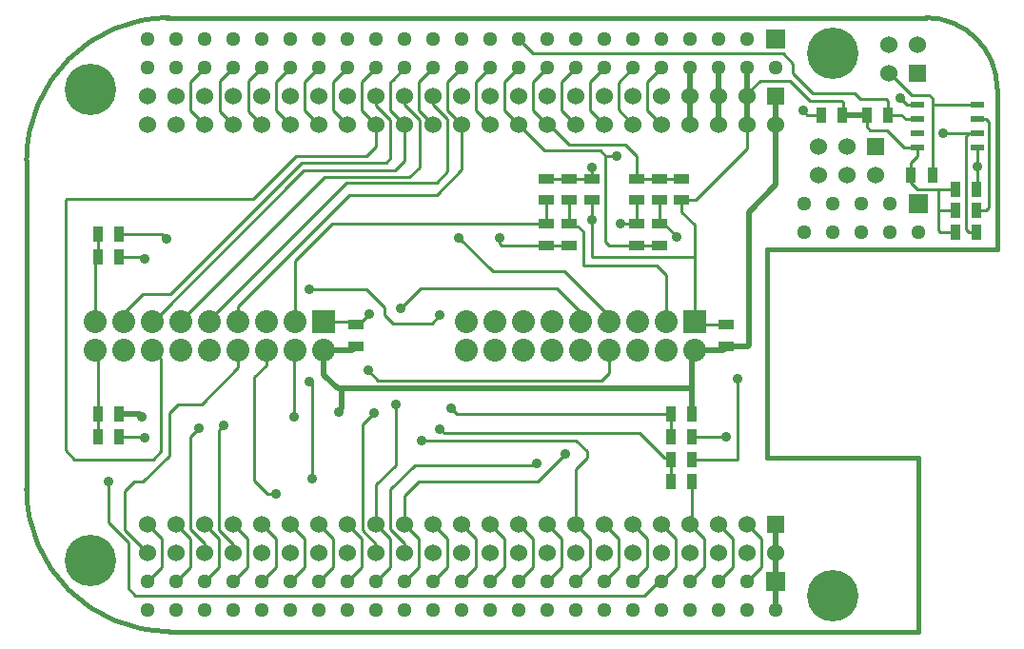
<source format=gtl>
G04 (created by PCBNEW (25-Oct-2014 BZR 4029)-stable) date Sun 29 Mar 2015 05:09:11 PM EEST*
%MOIN*%
G04 Gerber Fmt 3.4, Leading zero omitted, Abs format*
%FSLAX34Y34*%
G01*
G70*
G90*
G04 APERTURE LIST*
%ADD10C,0.00590551*%
%ADD11C,0.015*%
%ADD12R,0.06X0.06*%
%ADD13C,0.06*%
%ADD14R,0.045X0.02*%
%ADD15R,0.035X0.055*%
%ADD16C,0.18*%
%ADD17R,0.065X0.065*%
%ADD18C,0.0512*%
%ADD19R,0.08X0.08*%
%ADD20C,0.08*%
%ADD21R,0.055X0.035*%
%ADD22C,0.035*%
%ADD23C,0.01*%
%ADD24C,0.02*%
G04 APERTURE END LIST*
G54D10*
G54D11*
X29174Y0D02*
X5262Y0D01*
X9200Y-21500D02*
X9250Y-21500D01*
X5066Y-21500D02*
X28651Y-21500D01*
X31250Y-15400D02*
X25950Y-15400D01*
X31250Y-21500D02*
X28500Y-21500D01*
X31250Y-21500D02*
X31250Y-15450D01*
X5250Y0D02*
X4900Y0D01*
X25200Y0D02*
X27250Y0D01*
X27250Y-21500D02*
X25250Y-21500D01*
X5000Y-21500D02*
X5250Y-21500D01*
X27250Y-21500D02*
X28500Y-21500D01*
X27250Y0D02*
X28500Y0D01*
X25950Y-8100D02*
X25950Y-15400D01*
X34000Y-8100D02*
X25950Y-8100D01*
X34000Y-7900D02*
X34000Y-8100D01*
X28400Y0D02*
X31500Y0D01*
X0Y-5000D02*
X0Y-16500D01*
X34000Y-2500D02*
X34000Y-7950D01*
X34000Y-2500D02*
G75*
G03X31500Y0I-2500J0D01*
G74*
G01*
X0Y-16500D02*
G75*
G03X5000Y-21500I5000J0D01*
G74*
G01*
X5000Y0D02*
G75*
G03X0Y-5000I0J-5000D01*
G74*
G01*
G54D12*
X26250Y-2750D03*
G54D13*
X26250Y-3750D03*
X21250Y-2750D03*
X25250Y-3750D03*
X20250Y-2750D03*
X24250Y-3750D03*
X19250Y-2750D03*
X23250Y-3750D03*
X18250Y-2750D03*
X22250Y-3750D03*
X17250Y-2750D03*
X21250Y-3750D03*
X16250Y-2750D03*
X20250Y-3750D03*
X15250Y-2750D03*
X19250Y-3750D03*
X14250Y-2750D03*
X18250Y-3750D03*
X13250Y-2750D03*
X17250Y-3750D03*
X12250Y-2750D03*
X16250Y-3750D03*
X11250Y-2750D03*
X15250Y-3750D03*
X14250Y-3750D03*
X10250Y-2750D03*
X13250Y-3750D03*
X11250Y-3750D03*
X10250Y-3750D03*
X9250Y-3750D03*
X8250Y-3750D03*
X9250Y-2750D03*
X8250Y-2750D03*
X25250Y-2750D03*
X24250Y-2750D03*
X23250Y-2750D03*
X22250Y-2750D03*
X7250Y-2750D03*
X7250Y-3750D03*
X12250Y-3750D03*
X6250Y-2750D03*
X6250Y-3750D03*
X5250Y-2750D03*
X5250Y-3750D03*
X4250Y-2750D03*
X4250Y-3750D03*
G54D12*
X26250Y-17750D03*
G54D13*
X26250Y-18750D03*
X21250Y-17750D03*
X25250Y-18750D03*
X20250Y-17750D03*
X24250Y-18750D03*
X19250Y-17750D03*
X23250Y-18750D03*
X18250Y-17750D03*
X22250Y-18750D03*
X17250Y-17750D03*
X21250Y-18750D03*
X16250Y-17750D03*
X20250Y-18750D03*
X15250Y-17750D03*
X19250Y-18750D03*
X14250Y-17750D03*
X18250Y-18750D03*
X13250Y-17750D03*
X17250Y-18750D03*
X12250Y-17750D03*
X16250Y-18750D03*
X11250Y-17750D03*
X15250Y-18750D03*
X14250Y-18750D03*
X10250Y-17750D03*
X13250Y-18750D03*
X11250Y-18750D03*
X10250Y-18750D03*
X9250Y-18750D03*
X8250Y-18750D03*
X9250Y-17750D03*
X8250Y-17750D03*
X25250Y-17750D03*
X24250Y-17750D03*
X23250Y-17750D03*
X22250Y-17750D03*
X7250Y-17750D03*
X7250Y-18750D03*
X12250Y-18750D03*
X6250Y-17750D03*
X6250Y-18750D03*
X5250Y-17750D03*
X5250Y-18750D03*
X4250Y-17750D03*
X4250Y-18750D03*
G54D12*
X29750Y-4500D03*
G54D13*
X29750Y-5500D03*
X28750Y-4500D03*
X28750Y-5500D03*
X27750Y-4500D03*
X27750Y-5500D03*
G54D14*
X31200Y-4550D03*
X33300Y-4550D03*
X31200Y-4050D03*
X31200Y-3550D03*
X31200Y-3050D03*
X33300Y-4050D03*
X33300Y-3550D03*
X33300Y-3050D03*
G54D15*
X30975Y-5500D03*
X31725Y-5500D03*
X28575Y-3400D03*
X27825Y-3400D03*
X29425Y-3400D03*
X30175Y-3400D03*
X32525Y-6750D03*
X33275Y-6750D03*
X32525Y-7500D03*
X33275Y-7500D03*
X32525Y-6000D03*
X33275Y-6000D03*
G54D12*
X31200Y-1950D03*
G54D13*
X30200Y-1950D03*
X31200Y-950D03*
X30200Y-950D03*
G54D16*
X2250Y-2500D03*
X28250Y-1250D03*
X28250Y-20250D03*
X2250Y-19000D03*
G54D17*
X26250Y-750D03*
G54D18*
X26250Y-1750D03*
X25250Y-750D03*
X25250Y-1750D03*
X24250Y-750D03*
X24250Y-1750D03*
X23250Y-750D03*
X23250Y-1750D03*
X22250Y-750D03*
X22250Y-1750D03*
X21250Y-750D03*
X21250Y-1750D03*
X20250Y-750D03*
X20250Y-1750D03*
X19250Y-750D03*
X19250Y-1750D03*
X18250Y-750D03*
X18250Y-1750D03*
X17250Y-750D03*
X17250Y-1750D03*
X16250Y-750D03*
X16250Y-1750D03*
X15250Y-750D03*
X15250Y-1750D03*
X14250Y-750D03*
X14250Y-1750D03*
X13250Y-750D03*
X13250Y-1750D03*
X12250Y-750D03*
X12250Y-1750D03*
X11250Y-750D03*
X11250Y-1750D03*
X10250Y-750D03*
X10250Y-1750D03*
X9250Y-750D03*
X9250Y-1750D03*
X8250Y-750D03*
X8250Y-1750D03*
X7250Y-750D03*
X7250Y-1750D03*
X6250Y-750D03*
X6250Y-1750D03*
X5250Y-750D03*
X5250Y-1750D03*
X4250Y-750D03*
X4250Y-1750D03*
G54D17*
X26250Y-19750D03*
G54D18*
X26250Y-20750D03*
X25250Y-19750D03*
X25250Y-20750D03*
X24250Y-19750D03*
X24250Y-20750D03*
X23250Y-19750D03*
X23250Y-20750D03*
X22250Y-19750D03*
X22250Y-20750D03*
X21250Y-19750D03*
X21250Y-20750D03*
X20250Y-19750D03*
X20250Y-20750D03*
X19250Y-19750D03*
X19250Y-20750D03*
X18250Y-19750D03*
X18250Y-20750D03*
X17250Y-19750D03*
X17250Y-20750D03*
X16250Y-19750D03*
X16250Y-20750D03*
X15250Y-19750D03*
X15250Y-20750D03*
X14250Y-19750D03*
X14250Y-20750D03*
X13250Y-19750D03*
X13250Y-20750D03*
X12250Y-19750D03*
X12250Y-20750D03*
X11250Y-19750D03*
X11250Y-20750D03*
X10250Y-19750D03*
X10250Y-20750D03*
X9250Y-19750D03*
X9250Y-20750D03*
X8250Y-19750D03*
X8250Y-20750D03*
X7250Y-19750D03*
X7250Y-20750D03*
X6250Y-19750D03*
X6250Y-20750D03*
X5250Y-19750D03*
X5250Y-20750D03*
X4250Y-19750D03*
X4250Y-20750D03*
G54D17*
X31250Y-6500D03*
G54D18*
X31250Y-7500D03*
X30250Y-6500D03*
X30250Y-7500D03*
X29250Y-6500D03*
X29250Y-7500D03*
X28250Y-6500D03*
X28250Y-7500D03*
X27250Y-6500D03*
X27250Y-7500D03*
G54D19*
X10407Y-10639D03*
G54D20*
X10407Y-11639D03*
X9407Y-10639D03*
X9407Y-11639D03*
X8407Y-10639D03*
X8407Y-11639D03*
X7407Y-10639D03*
X7407Y-11639D03*
X6407Y-10639D03*
X6407Y-11639D03*
X5407Y-10639D03*
X5407Y-11639D03*
X4407Y-10639D03*
X4407Y-11639D03*
X3407Y-10639D03*
X3407Y-11639D03*
X2407Y-10639D03*
X2407Y-11639D03*
G54D19*
X23399Y-10639D03*
G54D20*
X23399Y-11639D03*
X22399Y-10639D03*
X22399Y-11639D03*
X21399Y-10639D03*
X21399Y-11639D03*
X20399Y-10639D03*
X20399Y-11639D03*
X19399Y-10639D03*
X19399Y-11639D03*
X18399Y-10639D03*
X18399Y-11639D03*
X17399Y-10639D03*
X17399Y-11639D03*
X16399Y-10639D03*
X16399Y-11639D03*
X15399Y-10639D03*
X15399Y-11639D03*
G54D15*
X2488Y-13895D03*
X3238Y-13895D03*
X2488Y-8383D03*
X3238Y-8383D03*
X22567Y-15470D03*
X23317Y-15470D03*
X22567Y-13895D03*
X23317Y-13895D03*
X3238Y-7596D03*
X2488Y-7596D03*
X2488Y-14683D03*
X3238Y-14683D03*
X23317Y-16257D03*
X22567Y-16257D03*
X22567Y-14683D03*
X23317Y-14683D03*
G54D21*
X22155Y-7221D03*
X22155Y-7971D03*
X22155Y-6396D03*
X22155Y-5646D03*
X19005Y-6396D03*
X19005Y-5646D03*
X19005Y-7221D03*
X19005Y-7971D03*
X21367Y-6396D03*
X21367Y-5646D03*
X21367Y-7221D03*
X21367Y-7971D03*
X18218Y-7221D03*
X18218Y-7971D03*
X18218Y-6396D03*
X18218Y-5646D03*
X11525Y-10764D03*
X11525Y-11514D03*
X24517Y-10764D03*
X24517Y-11514D03*
X19792Y-5646D03*
X19792Y-6396D03*
X22942Y-5646D03*
X22942Y-6396D03*
G54D22*
X8729Y-16690D03*
X4123Y-14722D03*
X2863Y-16257D03*
X9989Y-16139D03*
X9911Y-12753D03*
X4911Y-7753D03*
X19792Y-5234D03*
X9911Y-9525D03*
X14477Y-10431D03*
X13848Y-14801D03*
X11958Y-12360D03*
X6052Y-14368D03*
X6918Y-14289D03*
X18887Y-15273D03*
X12942Y-13541D03*
X13100Y-10194D03*
X17863Y-15627D03*
X15147Y-7714D03*
X24517Y-14683D03*
X16564Y-7714D03*
X20678Y-4840D03*
X30600Y-2800D03*
X27200Y-3250D03*
X12155Y-13856D03*
X33300Y-5200D03*
X32100Y-4050D03*
X10934Y-13816D03*
X4044Y-13974D03*
X14871Y-13698D03*
X22785Y-7675D03*
X9359Y-13974D03*
X20816Y-7202D03*
X14477Y-14407D03*
X4123Y-8462D03*
X11997Y-10391D03*
X19792Y-7084D03*
X24911Y-12635D03*
G54D23*
X3407Y-10639D02*
X3407Y-10360D01*
X12250Y-3085D02*
X12250Y-2750D01*
X12745Y-3580D02*
X12250Y-3085D01*
X12745Y-4919D02*
X12745Y-3580D01*
X12588Y-5076D02*
X12745Y-4919D01*
X9635Y-5076D02*
X12588Y-5076D01*
X5029Y-9683D02*
X9635Y-5076D01*
X4084Y-9683D02*
X5029Y-9683D01*
X3407Y-10360D02*
X4084Y-9683D01*
X12250Y-3750D02*
X12250Y-4509D01*
X4714Y-11946D02*
X4407Y-11639D01*
X4714Y-15194D02*
X4714Y-11946D01*
X4438Y-15470D02*
X4714Y-15194D01*
X1682Y-15470D02*
X4438Y-15470D01*
X1367Y-15155D02*
X1682Y-15470D01*
X1367Y-6375D02*
X1367Y-15155D01*
X1407Y-6336D02*
X1367Y-6375D01*
X7942Y-6336D02*
X1407Y-6336D01*
X9438Y-4840D02*
X7942Y-6336D01*
X11918Y-4840D02*
X9438Y-4840D01*
X12250Y-4509D02*
X11918Y-4840D01*
X12250Y-1750D02*
X11750Y-2250D01*
X11750Y-3250D02*
X12250Y-3750D01*
X11750Y-2250D02*
X11750Y-3250D01*
X4407Y-10639D02*
X4426Y-10639D01*
X13250Y-5005D02*
X13250Y-3750D01*
X12903Y-5352D02*
X13250Y-5005D01*
X9714Y-5352D02*
X12903Y-5352D01*
X4426Y-10639D02*
X9714Y-5352D01*
X13250Y-1750D02*
X12825Y-2175D01*
X12750Y-3250D02*
X13250Y-3750D01*
X12750Y-2250D02*
X12750Y-3250D01*
X12825Y-2175D02*
X12750Y-2250D01*
X6250Y-1750D02*
X5750Y-2250D01*
X5750Y-3250D02*
X6250Y-3750D01*
X5750Y-2250D02*
X5750Y-3250D01*
X5407Y-10639D02*
X5407Y-10604D01*
X13250Y-3061D02*
X13250Y-2750D01*
X13769Y-3580D02*
X13250Y-3061D01*
X13769Y-5234D02*
X13769Y-3580D01*
X13418Y-5585D02*
X13769Y-5234D01*
X10425Y-5585D02*
X13418Y-5585D01*
X5407Y-10604D02*
X10425Y-5585D01*
X6407Y-10639D02*
X6407Y-10588D01*
X14250Y-3037D02*
X14250Y-2750D01*
X14753Y-3541D02*
X14250Y-3037D01*
X14753Y-5391D02*
X14753Y-3541D01*
X14359Y-5785D02*
X14753Y-5391D01*
X11210Y-5785D02*
X14359Y-5785D01*
X6407Y-10588D02*
X11210Y-5785D01*
X8407Y-11639D02*
X8407Y-12171D01*
X8454Y-16690D02*
X8729Y-16690D01*
X7981Y-16218D02*
X8454Y-16690D01*
X7981Y-12596D02*
X7981Y-16218D01*
X8407Y-12171D02*
X7981Y-12596D01*
X15250Y-3750D02*
X15250Y-5328D01*
X7407Y-10100D02*
X7407Y-10639D01*
X11288Y-6218D02*
X7407Y-10100D01*
X14359Y-6218D02*
X11288Y-6218D01*
X15250Y-5328D02*
X14359Y-6218D01*
X15250Y-1750D02*
X14750Y-2250D01*
X14750Y-3250D02*
X15250Y-3750D01*
X14750Y-2250D02*
X14750Y-3250D01*
X22250Y-19750D02*
X22127Y-19750D01*
X4084Y-14683D02*
X3238Y-14683D01*
X4123Y-14722D02*
X4084Y-14683D01*
X2863Y-17675D02*
X2863Y-16257D01*
X3572Y-18383D02*
X2863Y-17675D01*
X3572Y-19998D02*
X3572Y-18383D01*
X3808Y-20234D02*
X3572Y-19998D01*
X21643Y-20234D02*
X3808Y-20234D01*
X22127Y-19750D02*
X21643Y-20234D01*
X22250Y-19750D02*
X22750Y-19250D01*
X22750Y-18250D02*
X22250Y-17750D01*
X22750Y-19250D02*
X22750Y-18250D01*
X3238Y-7596D02*
X4753Y-7596D01*
X9989Y-12832D02*
X9989Y-16139D01*
X9911Y-12753D02*
X9989Y-12832D01*
X4753Y-7596D02*
X4911Y-7753D01*
X19792Y-5646D02*
X19792Y-5234D01*
X19005Y-5646D02*
X19792Y-5646D01*
X18218Y-5646D02*
X19005Y-5646D01*
X18250Y-3750D02*
X18308Y-3750D01*
X21367Y-4840D02*
X21367Y-5646D01*
X20974Y-4446D02*
X21367Y-4840D01*
X19005Y-4446D02*
X20974Y-4446D01*
X18308Y-3750D02*
X19005Y-4446D01*
X21367Y-5646D02*
X22155Y-5646D01*
X22155Y-5646D02*
X22942Y-5646D01*
X22942Y-5646D02*
X21367Y-5646D01*
X18250Y-1750D02*
X17750Y-2250D01*
X17750Y-3250D02*
X18250Y-3750D01*
X17750Y-2250D02*
X17750Y-3250D01*
X19250Y-17750D02*
X19250Y-15816D01*
X11918Y-9525D02*
X9911Y-9525D01*
X12548Y-10155D02*
X11918Y-9525D01*
X12548Y-10431D02*
X12548Y-10155D01*
X12824Y-10706D02*
X12548Y-10431D01*
X14202Y-10706D02*
X12824Y-10706D01*
X14477Y-10431D02*
X14202Y-10706D01*
X19241Y-14801D02*
X13848Y-14801D01*
X19635Y-15194D02*
X19241Y-14801D01*
X19635Y-15431D02*
X19635Y-15194D01*
X19250Y-15816D02*
X19635Y-15431D01*
X19250Y-19750D02*
X19750Y-19250D01*
X19750Y-18250D02*
X19250Y-17750D01*
X19750Y-19250D02*
X19750Y-18250D01*
X20399Y-12462D02*
X20399Y-11639D01*
X20147Y-12714D02*
X20399Y-12462D01*
X12312Y-12714D02*
X20147Y-12714D01*
X11958Y-12360D02*
X12312Y-12714D01*
X7407Y-11639D02*
X7407Y-12265D01*
X3454Y-17954D02*
X4250Y-18750D01*
X3454Y-16572D02*
X3454Y-17954D01*
X3769Y-16257D02*
X3454Y-16572D01*
X4084Y-16257D02*
X3769Y-16257D01*
X4989Y-15352D02*
X4084Y-16257D01*
X4989Y-13856D02*
X4989Y-15352D01*
X5304Y-13541D02*
X4989Y-13856D01*
X6131Y-13541D02*
X5304Y-13541D01*
X7407Y-12265D02*
X6131Y-13541D01*
X5250Y-19750D02*
X5750Y-19250D01*
X5750Y-18250D02*
X5250Y-17750D01*
X5750Y-19250D02*
X5750Y-18250D01*
X6250Y-19750D02*
X6750Y-19250D01*
X6750Y-19250D02*
X6750Y-18250D01*
X6750Y-18250D02*
X6250Y-17750D01*
X6250Y-18423D02*
X6250Y-18750D01*
X5737Y-17911D02*
X6250Y-18423D01*
X5737Y-14683D02*
X5737Y-17911D01*
X6052Y-14368D02*
X5737Y-14683D01*
X7250Y-19750D02*
X7750Y-19250D01*
X7750Y-18250D02*
X7250Y-17750D01*
X7750Y-19250D02*
X7750Y-18250D01*
X7250Y-18439D02*
X7250Y-18750D01*
X6747Y-17936D02*
X7250Y-18439D01*
X6747Y-14460D02*
X6747Y-17936D01*
X6918Y-14289D02*
X6747Y-14460D01*
X13250Y-16737D02*
X13250Y-17750D01*
X13729Y-16257D02*
X13250Y-16737D01*
X17903Y-16257D02*
X13729Y-16257D01*
X18887Y-15273D02*
X17903Y-16257D01*
X13250Y-19750D02*
X13750Y-19250D01*
X13750Y-18250D02*
X13250Y-17750D01*
X13750Y-19250D02*
X13750Y-18250D01*
X12942Y-13541D02*
X12942Y-15667D01*
X19399Y-10639D02*
X19399Y-10312D01*
X13808Y-9486D02*
X13100Y-10194D01*
X18572Y-9486D02*
X13808Y-9486D01*
X19399Y-10312D02*
X18572Y-9486D01*
X12250Y-16359D02*
X12250Y-17750D01*
X12942Y-15667D02*
X12250Y-16359D01*
X12250Y-19750D02*
X12750Y-19250D01*
X12750Y-18250D02*
X12250Y-17750D01*
X12750Y-19250D02*
X12750Y-18250D01*
X13250Y-18415D02*
X13250Y-18750D01*
X12745Y-17911D02*
X13250Y-18415D01*
X12745Y-16533D02*
X12745Y-17911D01*
X13611Y-15667D02*
X12745Y-16533D01*
X17824Y-15667D02*
X13611Y-15667D01*
X17863Y-15627D02*
X17824Y-15667D01*
X20399Y-10639D02*
X20399Y-10446D01*
X16328Y-8895D02*
X15147Y-7714D01*
X18848Y-8895D02*
X16328Y-8895D01*
X20399Y-10446D02*
X18848Y-8895D01*
X14250Y-1750D02*
X13750Y-2250D01*
X13750Y-3250D02*
X14250Y-3750D01*
X13750Y-2250D02*
X13750Y-3250D01*
X23317Y-14683D02*
X24517Y-14683D01*
X23317Y-16257D02*
X23317Y-17682D01*
X23317Y-17682D02*
X23250Y-17750D01*
X23250Y-19750D02*
X23750Y-19250D01*
X23750Y-18250D02*
X23250Y-17750D01*
X23750Y-19250D02*
X23750Y-18250D01*
X18218Y-7971D02*
X16622Y-7971D01*
X16564Y-7913D02*
X16564Y-7714D01*
X16622Y-7971D02*
X16564Y-7913D01*
X18218Y-7971D02*
X19005Y-7971D01*
X30175Y-3400D02*
X30650Y-3400D01*
X30800Y-3550D02*
X31200Y-3550D01*
X30650Y-3400D02*
X30800Y-3550D01*
X30175Y-2925D02*
X30175Y-3400D01*
X30100Y-2850D02*
X30175Y-2925D01*
X29200Y-2850D02*
X30100Y-2850D01*
X29000Y-2650D02*
X29200Y-2850D01*
X27550Y-2650D02*
X29000Y-2650D01*
X26850Y-1950D02*
X27550Y-2650D01*
X17250Y-750D02*
X17750Y-1250D01*
X26850Y-1600D02*
X26850Y-1950D01*
X26500Y-1250D02*
X26850Y-1600D01*
X17750Y-1250D02*
X26500Y-1250D01*
X20281Y-4840D02*
X20678Y-4840D01*
X21367Y-7971D02*
X20402Y-7971D01*
X18146Y-4646D02*
X17250Y-3750D01*
X20088Y-4646D02*
X18146Y-4646D01*
X20281Y-4840D02*
X20088Y-4646D01*
X20281Y-4938D02*
X20281Y-4840D01*
X20285Y-4938D02*
X20281Y-4938D01*
X20285Y-7854D02*
X20285Y-4938D01*
X20402Y-7971D02*
X20285Y-7854D01*
X21367Y-7971D02*
X22155Y-7971D01*
X30600Y-2800D02*
X30850Y-3050D01*
X30850Y-3050D02*
X31200Y-3050D01*
X27350Y-3400D02*
X27825Y-3400D01*
X27200Y-3250D02*
X27350Y-3400D01*
X17250Y-1750D02*
X16750Y-2250D01*
X16750Y-2250D02*
X16750Y-3250D01*
X16750Y-3250D02*
X17250Y-3750D01*
X12250Y-18439D02*
X12250Y-18750D01*
X11761Y-17950D02*
X12250Y-18439D01*
X11761Y-14250D02*
X11761Y-17950D01*
X12155Y-13856D02*
X11761Y-14250D01*
G54D24*
X26250Y-20750D02*
X26250Y-19750D01*
X26250Y-19750D02*
X26250Y-18750D01*
X26250Y-18750D02*
X26250Y-17750D01*
G54D23*
X17250Y-19750D02*
X17750Y-19250D01*
X17750Y-18250D02*
X17250Y-17750D01*
X17750Y-19250D02*
X17750Y-18250D01*
X20250Y-19750D02*
X20750Y-19250D01*
X20750Y-18250D02*
X20250Y-17750D01*
X20750Y-19250D02*
X20750Y-18250D01*
X18250Y-19750D02*
X18750Y-19250D01*
X18750Y-18250D02*
X18250Y-17750D01*
X18750Y-19250D02*
X18750Y-18250D01*
X14250Y-19750D02*
X14750Y-19250D01*
X14750Y-18250D02*
X14250Y-17750D01*
X14750Y-19250D02*
X14750Y-18250D01*
X24250Y-19750D02*
X24750Y-19250D01*
X24750Y-18250D02*
X24250Y-17750D01*
X24750Y-19250D02*
X24750Y-18250D01*
X15250Y-19750D02*
X15750Y-19250D01*
X15750Y-18250D02*
X15250Y-17750D01*
X15750Y-19250D02*
X15750Y-18250D01*
X25250Y-19750D02*
X25750Y-19250D01*
X25750Y-18250D02*
X25250Y-17750D01*
X25750Y-19250D02*
X25750Y-18250D01*
X9250Y-19750D02*
X9750Y-19250D01*
X9750Y-18250D02*
X9250Y-17750D01*
X9750Y-19250D02*
X9750Y-18250D01*
X10250Y-19750D02*
X10750Y-19250D01*
X10750Y-18250D02*
X10250Y-17750D01*
X10750Y-19250D02*
X10750Y-18250D01*
X11250Y-19750D02*
X11750Y-19250D01*
X11750Y-18250D02*
X11250Y-17750D01*
X11750Y-19250D02*
X11750Y-18250D01*
X8250Y-19750D02*
X8750Y-19250D01*
X8750Y-18250D02*
X8250Y-17750D01*
X8750Y-19250D02*
X8750Y-18250D01*
X21250Y-19750D02*
X21750Y-19250D01*
X21750Y-18250D02*
X21250Y-17750D01*
X21750Y-19250D02*
X21750Y-18250D01*
X4250Y-19750D02*
X4750Y-19250D01*
X4750Y-18250D02*
X4250Y-17750D01*
X4750Y-19250D02*
X4750Y-18250D01*
X16250Y-19750D02*
X16750Y-19250D01*
X16750Y-18250D02*
X16250Y-17750D01*
X16750Y-19250D02*
X16750Y-18250D01*
X33300Y-4550D02*
X33300Y-5200D01*
X33300Y-4550D02*
X33300Y-5975D01*
X33300Y-5975D02*
X33275Y-6000D01*
X32100Y-4050D02*
X33300Y-4050D01*
X33275Y-7500D02*
X33000Y-7500D01*
X33000Y-4050D02*
X33300Y-4050D01*
X32900Y-4150D02*
X33000Y-4050D01*
X32900Y-7400D02*
X32900Y-4150D01*
X33000Y-7500D02*
X32900Y-7400D01*
X33275Y-6750D02*
X33600Y-6750D01*
X33600Y-3550D02*
X33300Y-3550D01*
X33700Y-3650D02*
X33600Y-3550D01*
X33700Y-6650D02*
X33700Y-3650D01*
X33600Y-6750D02*
X33700Y-6650D01*
X6775Y-3275D02*
X7250Y-3750D01*
X7250Y-1750D02*
X6775Y-2225D01*
X6775Y-2225D02*
X6775Y-3275D01*
X8250Y-1750D02*
X7775Y-2225D01*
X7775Y-3275D02*
X8250Y-3750D01*
X7775Y-2225D02*
X7775Y-3275D01*
X9250Y-1750D02*
X8750Y-2250D01*
X8750Y-3250D02*
X9250Y-3750D01*
X8750Y-2250D02*
X8750Y-3250D01*
X20250Y-1750D02*
X19750Y-2250D01*
X19750Y-3250D02*
X20250Y-3750D01*
X19750Y-2250D02*
X19750Y-3250D01*
X19250Y-1750D02*
X18750Y-2250D01*
X18750Y-3250D02*
X19250Y-3750D01*
X18750Y-2250D02*
X18750Y-3250D01*
X10250Y-1750D02*
X9750Y-2250D01*
X9750Y-3250D02*
X10250Y-3750D01*
X9750Y-2250D02*
X9750Y-3250D01*
X21250Y-1750D02*
X20725Y-2275D01*
X20725Y-3225D02*
X21250Y-3750D01*
X20725Y-2275D02*
X20725Y-3225D01*
G54D24*
X23250Y-3750D02*
X23250Y-2750D01*
X23250Y-2750D02*
X23250Y-1750D01*
G54D23*
X22250Y-1750D02*
X21750Y-2250D01*
X21750Y-3250D02*
X22250Y-3750D01*
X21750Y-2250D02*
X21750Y-3250D01*
X16250Y-1750D02*
X15750Y-2250D01*
X15750Y-3250D02*
X16250Y-3750D01*
X15750Y-2250D02*
X15750Y-3250D01*
G54D24*
X24250Y-1750D02*
X24250Y-2750D01*
X24250Y-2750D02*
X24250Y-3750D01*
G54D23*
X11250Y-1750D02*
X10750Y-2250D01*
X10750Y-3250D02*
X11250Y-3750D01*
X10750Y-2250D02*
X10750Y-3250D01*
G54D24*
X11052Y-13698D02*
X11052Y-12990D01*
X10934Y-13816D02*
X11052Y-13698D01*
X10407Y-11639D02*
X10407Y-12501D01*
X10895Y-12990D02*
X11052Y-12990D01*
X10407Y-12501D02*
X10895Y-12990D01*
X11052Y-12990D02*
X11210Y-12990D01*
X11210Y-12990D02*
X23317Y-12990D01*
X3238Y-13895D02*
X3966Y-13895D01*
X3966Y-13895D02*
X4044Y-13974D01*
X10407Y-11639D02*
X11400Y-11639D01*
X11400Y-11639D02*
X11525Y-11514D01*
X23317Y-13895D02*
X23317Y-12990D01*
X23317Y-12990D02*
X23317Y-11721D01*
X23317Y-11721D02*
X23399Y-11639D01*
X24517Y-11514D02*
X25286Y-11514D01*
X26250Y-5863D02*
X26250Y-3750D01*
X25304Y-6809D02*
X26250Y-5863D01*
X25304Y-11496D02*
X25304Y-6809D01*
X25286Y-11514D02*
X25304Y-11496D01*
X23399Y-11639D02*
X24392Y-11639D01*
X24392Y-11639D02*
X24517Y-11514D01*
X26250Y-2750D02*
X26250Y-3750D01*
G54D23*
X33300Y-3050D02*
X31725Y-3050D01*
X31725Y-3050D02*
X31750Y-3050D01*
X31750Y-3050D02*
X31725Y-3050D01*
X30200Y-1950D02*
X30250Y-1950D01*
X30250Y-1950D02*
X31000Y-2700D01*
X31000Y-2700D02*
X31600Y-2700D01*
X31600Y-2700D02*
X31725Y-2825D01*
X31725Y-2825D02*
X31725Y-3050D01*
X31725Y-3050D02*
X31725Y-5500D01*
X2488Y-8383D02*
X2488Y-7596D01*
X2407Y-10639D02*
X2407Y-8465D01*
X2407Y-8465D02*
X2488Y-8383D01*
X15068Y-13895D02*
X22567Y-13895D01*
X14871Y-13698D02*
X15068Y-13895D01*
X22567Y-14683D02*
X22567Y-13895D01*
X22331Y-7221D02*
X22785Y-7675D01*
X22331Y-7221D02*
X22155Y-7221D01*
X22155Y-6396D02*
X22155Y-7221D01*
X19497Y-7498D02*
X19497Y-8679D01*
X19085Y-7301D02*
X19300Y-7301D01*
X19300Y-7301D02*
X19497Y-7498D01*
X19005Y-7221D02*
X19085Y-7301D01*
X22399Y-9021D02*
X22399Y-10639D01*
X22056Y-8679D02*
X22399Y-9021D01*
X21859Y-8679D02*
X22056Y-8679D01*
X19497Y-8679D02*
X21859Y-8679D01*
X19005Y-7221D02*
X19005Y-6396D01*
X18218Y-7221D02*
X10719Y-7221D01*
X9407Y-8533D02*
X9407Y-10639D01*
X10719Y-7221D02*
X9407Y-8533D01*
X18218Y-7221D02*
X18218Y-6396D01*
X9359Y-13974D02*
X9359Y-11687D01*
X9359Y-11687D02*
X9407Y-11639D01*
X9359Y-13974D02*
X9407Y-13927D01*
X21367Y-7221D02*
X20835Y-7221D01*
X20835Y-7221D02*
X20816Y-7202D01*
X21367Y-6396D02*
X21367Y-7221D01*
X22351Y-15431D02*
X22528Y-15431D01*
X14477Y-14407D02*
X14635Y-14564D01*
X14635Y-14564D02*
X21485Y-14564D01*
X21485Y-14564D02*
X22351Y-15431D01*
X22528Y-15431D02*
X22567Y-15470D01*
X22567Y-16257D02*
X22567Y-15470D01*
X2488Y-13895D02*
X2488Y-11721D01*
X2488Y-11721D02*
X2407Y-11639D01*
X2488Y-14683D02*
X2488Y-13895D01*
X3238Y-8383D02*
X4044Y-8383D01*
X4044Y-8383D02*
X4123Y-8462D01*
X19792Y-6966D02*
X19792Y-7084D01*
X11624Y-10764D02*
X11525Y-10764D01*
X11997Y-10391D02*
X11624Y-10764D01*
X22942Y-6396D02*
X23433Y-6396D01*
X25250Y-4580D02*
X25250Y-3750D01*
X23433Y-6396D02*
X25250Y-4580D01*
X10407Y-10639D02*
X11400Y-10639D01*
X11400Y-10639D02*
X11525Y-10764D01*
X23317Y-15470D02*
X24911Y-15470D01*
X24911Y-15470D02*
X24911Y-12635D01*
X23399Y-8383D02*
X19792Y-8383D01*
X19792Y-8383D02*
X19792Y-6966D01*
X19792Y-6966D02*
X19792Y-6396D01*
X22942Y-6396D02*
X22942Y-6809D01*
X23399Y-7265D02*
X23399Y-8383D01*
X23399Y-8383D02*
X23399Y-10639D01*
X22942Y-6809D02*
X23399Y-7265D01*
X24517Y-10764D02*
X23524Y-10764D01*
X23524Y-10764D02*
X23399Y-10639D01*
X30975Y-5500D02*
X30975Y-5775D01*
X31200Y-6000D02*
X31950Y-6000D01*
X30975Y-5775D02*
X31200Y-6000D01*
X31200Y-4550D02*
X31200Y-4850D01*
X30975Y-5075D02*
X30975Y-5500D01*
X31200Y-4850D02*
X30975Y-5075D01*
X32525Y-6750D02*
X31950Y-6750D01*
X32525Y-7500D02*
X32000Y-7500D01*
X31950Y-7450D02*
X31950Y-6750D01*
X31950Y-6750D02*
X31950Y-6000D01*
X32000Y-7500D02*
X31950Y-7450D01*
X31950Y-6000D02*
X32525Y-6000D01*
X31200Y-4550D02*
X30750Y-4550D01*
X29425Y-3825D02*
X29425Y-3400D01*
X29550Y-3950D02*
X29425Y-3825D01*
X30150Y-3950D02*
X29550Y-3950D01*
X30750Y-4550D02*
X30150Y-3950D01*
G54D24*
X25250Y-2750D02*
X25250Y-2650D01*
G54D23*
X28600Y-3375D02*
X28575Y-3400D01*
X28600Y-2950D02*
X28600Y-3375D01*
X28550Y-2900D02*
X28600Y-2950D01*
X27450Y-2900D02*
X28550Y-2900D01*
X26750Y-2200D02*
X27450Y-2900D01*
X25700Y-2200D02*
X26750Y-2200D01*
X25250Y-2650D02*
X25700Y-2200D01*
G54D24*
X28575Y-3400D02*
X29425Y-3400D01*
X25250Y-1750D02*
X25250Y-2750D01*
X25250Y-2750D02*
X25250Y-3750D01*
M02*

</source>
